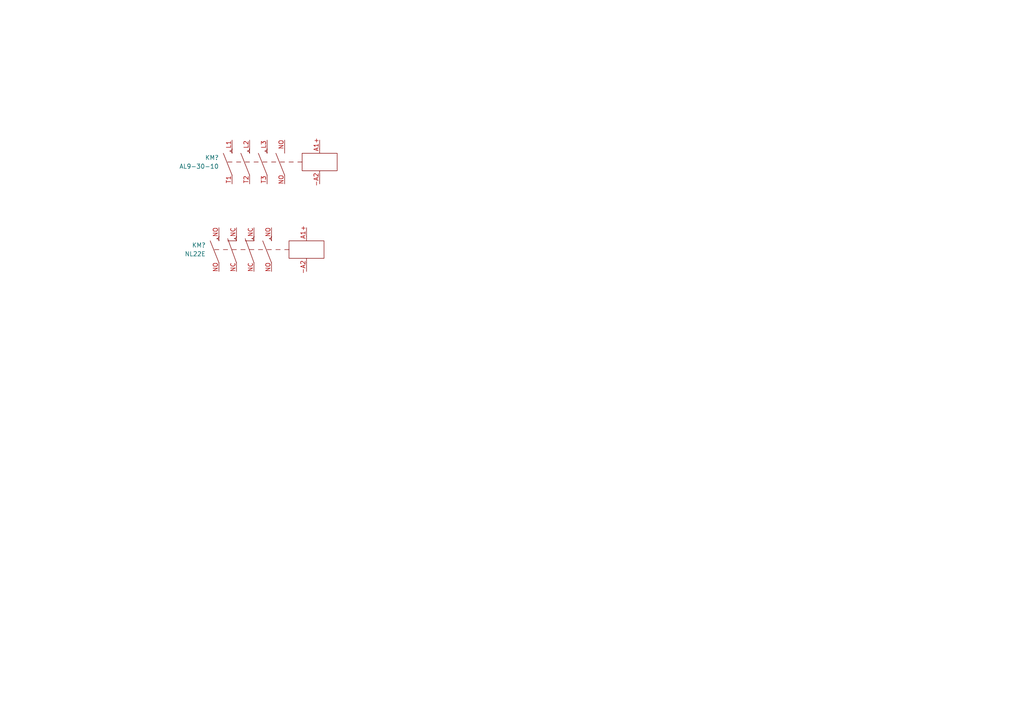
<source format=kicad_sch>
(kicad_sch (version 20211123) (generator eeschema)
  (paper "A4")
  (lib_symbols
    (symbol "1000_Contactors:AL9-30-10" (on_board no)
      (property "Reference" "KM" (at 22.86 1.27 0))
      (property "Value" "AL9-30-10" (at 26.67 -1.27 0))
      (symbol "AL9-30-10_0_1"
        (arc (start -10.795 3.175) (mid -9.711 2.726) (end -10.16 3.81))
        (arc (start -10.16 2.54) (mid -9.711 3.624) (end -10.795 3.175))
        (arc (start -5.715 3.175) (mid -4.631 2.726) (end -5.08 3.81))
        (arc (start -5.08 2.54) (mid -4.631 3.624) (end -5.715 3.175))
        (arc (start -0.635 3.175) (mid 0.449 2.726) (end 0 3.81))
        (polyline (pts (xy -11.43 0) (xy -10.16 0)))
        (polyline (pts (xy -10.16 -3.81) (xy -12.7 2.54)))
        (polyline (pts (xy -10.16 3.81) (xy -10.16 2.54)))
        (polyline (pts (xy -8.89 0) (xy -7.62 0)))
        (polyline (pts (xy -6.35 0) (xy -5.08 0)))
        (polyline (pts (xy -5.08 -3.81) (xy -7.62 2.54)))
        (polyline (pts (xy -5.08 3.81) (xy -5.08 2.54)))
        (polyline (pts (xy -3.81 0) (xy -2.54 0)))
        (polyline (pts (xy -1.27 0) (xy 0 0)))
        (polyline (pts (xy 0 -3.81) (xy -2.54 2.54)))
        (polyline (pts (xy 0 3.81) (xy 0 2.54)))
        (polyline (pts (xy 1.27 0) (xy 2.54 0)))
        (polyline (pts (xy 3.81 0) (xy 5.08 0)))
        (polyline (pts (xy 5.08 -3.81) (xy 2.54 2.54)))
        (polyline (pts (xy 5.08 3.81) (xy 5.08 2.54)))
        (polyline (pts (xy 6.35 0) (xy 7.62 0)))
        (polyline (pts (xy 8.89 0) (xy 10.16 0)))
        (polyline (pts (xy 15.24 -2.54) (xy 15.24 -3.81)))
        (polyline (pts (xy 15.24 3.81) (xy 15.24 2.54)))
        (arc (start 0 2.54) (mid 0.449 3.624) (end -0.635 3.175))
        (rectangle (start 20.32 -2.54) (end 10.16 2.54))
      )
      (symbol "AL9-30-10_1_1"
        (pin input line (at 15.24 -6.35 90) (length 2.54) (name "") (number "-A2"))
        (pin input line (at 15.24 6.35 270) (length 2.54) (name "") (number "A1+"))
        (pin input line (at -10.16 6.35 270) (length 2.54) (name "") (number "L1"))
        (pin input line (at -5.08 6.35 270) (length 2.54) (name "") (number "L2"))
        (pin input line (at 0 6.35 270) (length 2.54) (name "") (number "L3"))
        (pin input line (at 5.08 -6.35 90) (length 2.54) (name "") (number "NO"))
        (pin input line (at 5.08 6.35 270) (length 2.54) (name "") (number "NO"))
        (pin input line (at -10.16 -6.35 90) (length 2.54) (name "") (number "T1"))
        (pin input line (at -5.08 -6.35 90) (length 2.54) (name "") (number "T2"))
        (pin input line (at 0 -6.35 90) (length 2.54) (name "") (number "T3"))
      )
    )
    (symbol "1000_Contactors:NL22E" (on_board no)
      (property "Reference" "KM" (at 22.86 1.27 0))
      (property "Value" "NL22E" (at 24.13 -1.27 0))
      (symbol "NL22E_0_1"
        (arc (start -10.795 3.175) (mid -9.711 2.726) (end -10.16 3.81))
        (arc (start -10.16 2.54) (mid -9.711 3.624) (end -10.795 3.175))
        (arc (start -5.715 3.175) (mid -4.631 2.726) (end -5.08 3.81))
        (arc (start -5.08 2.54) (mid -4.631 3.624) (end -5.715 3.175))
        (arc (start -0.635 3.175) (mid 0.449 2.726) (end 0 3.81))
        (polyline (pts (xy -11.43 0) (xy -10.16 0)))
        (polyline (pts (xy -10.16 -3.81) (xy -12.7 2.54)))
        (polyline (pts (xy -10.16 3.81) (xy -10.16 2.54)))
        (polyline (pts (xy -8.89 0) (xy -7.62 0)))
        (polyline (pts (xy -6.35 0) (xy -5.08 0)))
        (polyline (pts (xy -5.08 -3.81) (xy -7.62 3.175)))
        (polyline (pts (xy -5.08 2.54) (xy -7.62 2.54)))
        (polyline (pts (xy -5.08 3.81) (xy -5.08 2.54)))
        (polyline (pts (xy -3.81 0) (xy -2.54 0)))
        (polyline (pts (xy -1.27 0) (xy 0 0)))
        (polyline (pts (xy 0 -3.81) (xy -2.54 3.175)))
        (polyline (pts (xy 0 2.54) (xy -2.54 2.54)))
        (polyline (pts (xy 0 3.81) (xy 0 2.54)))
        (polyline (pts (xy 1.27 0) (xy 2.54 0)))
        (polyline (pts (xy 3.81 0) (xy 5.08 0)))
        (polyline (pts (xy 5.08 -3.81) (xy 2.54 2.54)))
        (polyline (pts (xy 5.08 3.81) (xy 5.08 2.54)))
        (polyline (pts (xy 6.35 0) (xy 7.62 0)))
        (polyline (pts (xy 8.89 0) (xy 10.16 0)))
        (polyline (pts (xy 15.24 -2.54) (xy 15.24 -3.81)))
        (polyline (pts (xy 15.24 3.81) (xy 15.24 2.54)))
        (arc (start 0 2.54) (mid 0.449 3.624) (end -0.635 3.175))
        (arc (start 4.445 3.175) (mid 5.529 2.726) (end 5.08 3.81))
        (arc (start 5.08 2.54) (mid 5.529 3.624) (end 4.445 3.175))
        (rectangle (start 20.32 -2.54) (end 10.16 2.54))
      )
      (symbol "NL22E_1_1"
        (pin input line (at 15.24 -6.35 90) (length 2.54) (name "") (number "-A2"))
        (pin input line (at 15.24 6.35 270) (length 2.54) (name "") (number "A1+"))
        (pin input line (at -5.08 -6.35 90) (length 2.54) (name "") (number "NC"))
        (pin input line (at -5.08 6.35 270) (length 2.54) (name "") (number "NC"))
        (pin input line (at 0 -6.35 90) (length 2.54) (name "") (number "NC"))
        (pin input line (at 0 6.35 270) (length 2.54) (name "") (number "NC"))
        (pin input line (at -10.16 -6.35 90) (length 2.54) (name "") (number "NO"))
        (pin input line (at -10.16 6.35 270) (length 2.54) (name "") (number "NO"))
        (pin input line (at 5.08 -6.35 90) (length 2.54) (name "") (number "NO"))
        (pin input line (at 5.08 6.35 270) (length 2.54) (name "") (number "NO"))
      )
    )
  )
  (symbol (lib_id "1000_Contactors:NL22E") (at 73.66 72.39 0) (unit 1) (on_board no)
    (property "Reference" "KM?" (at 59.69 71.1199 0) (effects (justify right)))
    (property "Value" "NL22E" (at 59.69 73.6599 0) (effects (justify right)))
  )
  (symbol (lib_id "1000_Contactors:AL9-30-10") (at 77.47 46.99 0) (unit 1) (on_board no)
    (property "Reference" "KM?" (at 63.5 45.7199 0) (effects (justify right)))
    (property "Value" "AL9-30-10" (at 63.5 48.2599 0) (effects (justify right)))
  )
)
</source>
